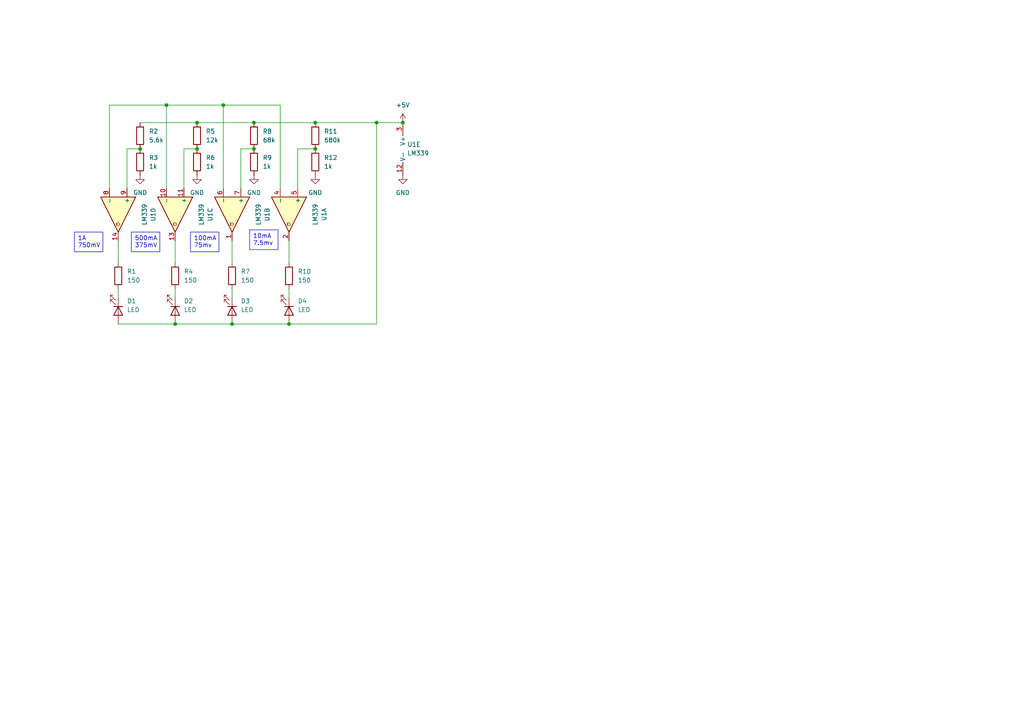
<source format=kicad_sch>
(kicad_sch (version 20231120) (generator "eeschema") (generator_version "8.0")
  (paper "A4")
  (lib_symbols
    (symbol "Comparator:LM339" (pin_names (offset 0.127))
      (property "Reference" "U" (at 0 5.08 0))
      (property "Value" "LM339" (at 0 -5.08 0))
      (symbol "LM339_1_1"
        (polyline (pts (xy -5.08 5.08) (xy 5.08 0) (xy -5.08 -5.08) (xy -5.08 5.08)) (stroke (width 0.254)) (fill (type background)))
        (polyline (pts (xy 3.302 -0.508) (xy 2.794 -0.508) (xy 3.302 0) (xy 2.794 0.508) (xy 2.286 0) (xy 2.794 -0.508) (xy 2.286 -0.508)) (stroke (width 0.127)))
        (pin open_collector line (at 7.62 0 180) (length 2.54) (name "~") (number "2"))
        (pin input line (at -7.62 -2.54 0) (length 2.54) (name "-") (number "4"))
        (pin input line (at -7.62 2.54 0) (length 2.54) (name "+") (number "5"))
      )
      (symbol "LM339_2_1"
        (polyline (pts (xy -5.08 5.08) (xy 5.08 0) (xy -5.08 -5.08) (xy -5.08 5.08)) (stroke (width 0.254)) (fill (type background)))
        (polyline (pts (xy 3.302 -0.508) (xy 2.794 -0.508) (xy 3.302 0) (xy 2.794 0.508) (xy 2.286 0) (xy 2.794 -0.508) (xy 2.286 -0.508)) (stroke (width 0.127)))
        (pin open_collector line (at 7.62 0 180) (length 2.54) (name "~") (number "1"))
        (pin input line (at -7.62 -2.54 0) (length 2.54) (name "-") (number "6"))
        (pin input line (at -7.62 2.54 0) (length 2.54) (name "+") (number "7"))
      )
      (symbol "LM339_3_1"
        (polyline (pts (xy -5.08 5.08) (xy 5.08 0) (xy -5.08 -5.08) (xy -5.08 5.08)) (stroke (width 0.254)) (fill (type background)))
        (polyline (pts (xy 3.302 -0.508) (xy 2.794 -0.508) (xy 3.302 0) (xy 2.794 0.508) (xy 2.286 0) (xy 2.794 -0.508) (xy 2.286 -0.508)) (stroke (width 0.127)))
        (pin input line (at -7.62 -2.54 0) (length 2.54) (name "-") (number "10"))
        (pin input line (at -7.62 2.54 0) (length 2.54) (name "+") (number "11"))
        (pin open_collector line (at 7.62 0 180) (length 2.54) (name "~") (number "13"))
      )
      (symbol "LM339_4_1"
        (polyline (pts (xy -5.08 5.08) (xy 5.08 0) (xy -5.08 -5.08) (xy -5.08 5.08)) (stroke (width 0.254)) (fill (type background)))
        (polyline (pts (xy 3.302 -0.508) (xy 2.794 -0.508) (xy 3.302 0) (xy 2.794 0.508) (xy 2.286 0) (xy 2.794 -0.508) (xy 2.286 -0.508)) (stroke (width 0.127)))
        (pin open_collector line (at 7.62 0 180) (length 2.54) (name "~") (number "14"))
        (pin input line (at -7.62 -2.54 0) (length 2.54) (name "-") (number "8"))
        (pin input line (at -7.62 2.54 0) (length 2.54) (name "+") (number "9"))
      )
      (symbol "LM339_5_1"
        (pin power_in line (at -2.54 -7.62 90) (length 3.81) (name "V-") (number "12"))
        (pin power_in line (at -2.54 7.62 270) (length 3.81) (name "V+") (number "3"))
      )
    )
    (symbol "Device:LED" (pin_numbers hide) (pin_names (offset 1.016) hide)
      (property "Reference" "D" (at 0 2.54 0))
      (property "Value" "LED" (at 0 -2.54 0))
      (symbol "LED_0_1"
        (polyline (pts (xy -1.27 -1.27) (xy -1.27 1.27)) (stroke (width 0.254)))
        (polyline (pts (xy -1.27 0) (xy 1.27 0)))
        (polyline (pts (xy 1.27 -1.27) (xy 1.27 1.27) (xy -1.27 0) (xy 1.27 -1.27)) (stroke (width 0.254)))
        (polyline (pts (xy -3.048 -0.762) (xy -4.572 -2.286) (xy -3.81 -2.286) (xy -4.572 -2.286) (xy -4.572 -1.524)))
        (polyline (pts (xy -1.778 -0.762) (xy -3.302 -2.286) (xy -2.54 -2.286) (xy -3.302 -2.286) (xy -3.302 -1.524)))
      )
      (symbol "LED_1_1"
        (pin passive line (at -3.81 0 0) (length 2.54) (name "K") (number "1"))
        (pin passive line (at 3.81 0 180) (length 2.54) (name "A") (number "2"))
      )
    )
    (symbol "Device:R" (pin_numbers hide) (pin_names (offset 0))
      (property "Reference" "R" (at 2.032 0 90))
      (property "Value" "R" (at 0 0 90))
      (symbol "R_0_1"
        (rectangle (start -1.016 -2.54) (end 1.016 2.54) (stroke (width 0.254)))
      )
      (symbol "R_1_1"
        (pin passive line (at 0 3.81 270) (length 1.27) (name "~") (number "1"))
        (pin passive line (at 0 -3.81 90) (length 1.27) (name "~") (number "2"))
      )
    )
    (symbol "power:+5V" (power) (pin_numbers hide) (pin_names (offset 0) hide)
      (property "Value" "+5V" (at 0 3.556 0))
      (symbol "+5V_0_1"
        (polyline (pts (xy -0.762 1.27) (xy 0 2.54)))
        (polyline (pts (xy 0 0) (xy 0 2.54)))
        (polyline (pts (xy 0 2.54) (xy 0.762 1.27)))
      )
      (symbol "+5V_1_1"
        (pin power_in line (at 0 0 90) (length 0) (name "~") (number "1"))
      )
    )
    (symbol "power:GND" (power) (pin_numbers hide) (pin_names (offset 0) hide)
      (property "Value" "GND" (at 0 -3.81 0))
      (symbol "GND_0_1"
        (polyline (pts (xy 0 0) (xy 0 -1.27) (xy 1.27 -1.27) (xy 0 -2.54) (xy -1.27 -1.27) (xy 0 -1.27)))
      )
      (symbol "GND_1_1"
        (pin power_in line (at 0 0 270) (length 0) (name "~") (number "1"))
      )
    )
  )
  (junction (at 48.26 30.48))
  (junction (at 40.64 43.18))
  (junction (at 91.44 43.18))
  (junction (at 116.84 35.56))
  (junction (at 67.31 93.98))
  (junction (at 73.66 43.18))
  (junction (at 109.22 35.56))
  (junction (at 50.8 93.98))
  (junction (at 57.15 43.18))
  (junction (at 91.44 35.56))
  (junction (at 64.77 30.48))
  (junction (at 83.82 93.98))
  (junction (at 73.66 35.56))
  (junction (at 57.15 35.56))
  (wire (pts (xy 69.85 43.18) (xy 73.66 43.18)))
  (wire (pts (xy 53.34 43.18) (xy 57.15 43.18)))
  (wire (pts (xy 50.8 83.82) (xy 50.8 86.36)))
  (wire (pts (xy 81.28 54.61) (xy 81.28 30.48)))
  (wire (pts (xy 83.82 93.98) (xy 109.22 93.98)))
  (wire (pts (xy 36.83 43.18) (xy 40.64 43.18)))
  (wire (pts (xy 50.8 69.85) (xy 50.8 76.2)))
  (wire (pts (xy 109.22 35.56) (xy 116.84 35.56)))
  (wire (pts (xy 67.31 93.98) (xy 83.82 93.98)))
  (wire (pts (xy 40.64 35.56) (xy 57.15 35.56)))
  (wire (pts (xy 83.82 69.85) (xy 83.82 76.2)))
  (wire (pts (xy 48.26 30.48) (xy 48.26 54.61)))
  (wire (pts (xy 34.29 69.85) (xy 34.29 76.2)))
  (wire (pts (xy 53.34 54.61) (xy 53.34 43.18)))
  (wire (pts (xy 83.82 83.82) (xy 83.82 86.36)))
  (wire (pts (xy 36.83 54.61) (xy 36.83 43.18)))
  (wire (pts (xy 86.36 43.18) (xy 91.44 43.18)))
  (wire (pts (xy 34.29 93.98) (xy 50.8 93.98)))
  (wire (pts (xy 91.44 35.56) (xy 109.22 35.56)))
  (wire (pts (xy 57.15 35.56) (xy 73.66 35.56)))
  (wire (pts (xy 73.66 35.56) (xy 91.44 35.56)))
  (wire (pts (xy 31.75 54.61) (xy 31.75 30.48)))
  (wire (pts (xy 67.31 83.82) (xy 67.31 86.36)))
  (wire (pts (xy 109.22 35.56) (xy 109.22 93.98)))
  (wire (pts (xy 31.75 30.48) (xy 48.26 30.48)))
  (wire (pts (xy 86.36 54.61) (xy 86.36 43.18)))
  (wire (pts (xy 50.8 93.98) (xy 67.31 93.98)))
  (wire (pts (xy 64.77 30.48) (xy 81.28 30.48)))
  (wire (pts (xy 34.29 83.82) (xy 34.29 86.36)))
  (wire (pts (xy 67.31 69.85) (xy 67.31 76.2)))
  (wire (pts (xy 69.85 54.61) (xy 69.85 43.18)))
  (wire (pts (xy 64.77 30.48) (xy 64.77 54.61)))
  (wire (pts (xy 48.26 30.48) (xy 64.77 30.48)))
  (text_box "1A\n750mV\n" (at 21.59 67.31 0) (size 8.255 5.715) (effects (font (size 1.27 1.27)) (justify left top)))
  (text_box "100mA\n75mv\n" (at 55.245 67.31 0) (size 8.255 5.715) (effects (font (size 1.27 1.27)) (justify left top)))
  (text_box "10mA\n7.5mv\n" (at 72.39 66.675 0) (size 8.255 5.715) (effects (font (size 1.27 1.27)) (justify left top)))
  (text_box "500mA\n375mV\n\n" (at 38.1 67.31 0) (size 8.255 5.715) (effects (font (size 1.27 1.27)) (justify left top)))
  (symbol (lib_id "Comparator:LM339") (at 119.38 43.18 0) (unit 5)
    (property "Reference" "U1" (at 118.11 41.9099 0) (effects (justify left)))
    (property "Value" "LM339" (at 118.11 44.4499 0) (effects (justify left)))
    (property "Footprint" "Package_SO:SOIC-14_3.9x8.7mm_P1.27mm" (effects (hide yes)))
    (property "Datasheet" "https://www.st.com/resource/en/datasheet/lm139.pdf" (effects (hide yes)))
    (property "Description" "Quad Differential Comparators, SOIC-14/TSSOP-14" (effects (hide yes)))
    (property "LCSC Part" "C350549" (effects (hide yes)))
  )
  (symbol (lib_id "Device:LED") (at 50.8 90.17 270) (unit 1)
    (property "Reference" "D2" (at 53.34 87.3124 90) (effects (justify left)))
    (property "Value" "LED" (at 53.34 89.8524 90) (effects (justify left)))
    (property "Footprint" "LED_SMD:LED_0603_1608Metric" (effects (hide yes)))
    (property "Description" "Light emitting diode" (effects (hide yes)))
    (property "LCSC Part" "C2286" (effects (hide yes)))
  )
  (symbol (lib_id "Device:LED") (at 67.31 90.17 270) (unit 1)
    (property "Reference" "D3" (at 69.85 87.3124 90) (effects (justify left)))
    (property "Value" "LED" (at 69.85 89.8524 90) (effects (justify left)))
    (property "Footprint" "LED_SMD:LED_0603_1608Metric" (effects (hide yes)))
    (property "Description" "Light emitting diode" (effects (hide yes)))
    (property "LCSC Part" "C2286" (effects (hide yes)))
  )
  (symbol (lib_id "Device:R") (at 67.31 80.01 0) (unit 1)
    (property "Reference" "R7" (at 69.85 78.7399 0) (effects (justify left)))
    (property "Value" "150" (at 69.85 81.2799 0) (effects (justify left)))
    (property "Footprint" "Resistor_SMD:R_0603_1608Metric" (effects (hide yes)))
    (property "Description" "Resistor" (effects (hide yes)))
  )
  (symbol (lib_id "power:GND") (at 40.64 50.8 0) (unit 1)
    (property "Reference" "#PWR02" (effects (hide yes)))
    (property "Value" "GND" (at 40.64 55.88 0))
    (property "Description" "Power symbol creates a global label with name \"GND\" , ground" (effects (hide yes)))
  )
  (symbol (lib_id "power:GND") (at 57.15 50.8 0) (unit 1)
    (property "Reference" "#PWR03" (effects (hide yes)))
    (property "Value" "GND" (at 57.15 55.88 0))
    (property "Description" "Power symbol creates a global label with name \"GND\" , ground" (effects (hide yes)))
  )
  (symbol (lib_id "Device:R") (at 57.15 39.37 0) (unit 1)
    (property "Reference" "R5" (at 59.69 38.0999 0) (effects (justify left)))
    (property "Value" "12k" (at 59.69 40.6399 0) (effects (justify left)))
    (property "Footprint" "Resistor_SMD:R_0603_1608Metric" (effects (hide yes)))
    (property "Description" "Resistor" (effects (hide yes)))
  )
  (symbol (lib_id "Device:LED") (at 83.82 90.17 270) (unit 1)
    (property "Reference" "D4" (at 86.36 87.3124 90) (effects (justify left)))
    (property "Value" "LED" (at 86.36 89.8524 90) (effects (justify left)))
    (property "Footprint" "LED_SMD:LED_0603_1608Metric" (effects (hide yes)))
    (property "Description" "Light emitting diode" (effects (hide yes)))
    (property "LCSC Part" "C2286" (effects (hide yes)))
  )
  (symbol (lib_id "Comparator:LM339") (at 50.8 62.23 270) (unit 3)
    (property "Reference" "U1" (at 60.96 62.23 0))
    (property "Value" "LM339" (at 58.42 62.23 0))
    (property "Footprint" "Package_SO:SOIC-14_3.9x8.7mm_P1.27mm" (effects (hide yes)))
    (property "Datasheet" "https://www.st.com/resource/en/datasheet/lm139.pdf" (effects (hide yes)))
    (property "Description" "Quad Differential Comparators, SOIC-14/TSSOP-14" (effects (hide yes)))
    (property "LCSC Part" "C350549" (effects (hide yes)))
  )
  (symbol (lib_id "Device:R") (at 91.44 46.99 0) (unit 1)
    (property "Reference" "R12" (at 93.98 45.7199 0) (effects (justify left)))
    (property "Value" "1k" (at 93.98 48.2599 0) (effects (justify left)))
    (property "Footprint" "Resistor_SMD:R_0603_1608Metric" (effects (hide yes)))
    (property "Description" "Resistor" (effects (hide yes)))
  )
  (symbol (lib_id "Device:R") (at 34.29 80.01 0) (unit 1)
    (property "Reference" "R1" (at 36.83 78.7399 0) (effects (justify left)))
    (property "Value" "150" (at 36.83 81.2799 0) (effects (justify left)))
    (property "Footprint" "Resistor_SMD:R_0603_1608Metric" (effects (hide yes)))
    (property "Description" "Resistor" (effects (hide yes)))
  )
  (symbol (lib_id "Device:R") (at 40.64 39.37 0) (unit 1)
    (property "Reference" "R2" (at 43.18 38.0999 0) (effects (justify left)))
    (property "Value" "5.6k" (at 43.18 40.6399 0) (effects (justify left)))
    (property "Footprint" "Resistor_SMD:R_0603_1608Metric" (effects (hide yes)))
    (property "Description" "Resistor" (effects (hide yes)))
  )
  (symbol (lib_id "power:GND") (at 116.84 50.8 0) (unit 1)
    (property "Reference" "#PWR07" (effects (hide yes)))
    (property "Value" "GND" (at 116.84 55.88 0))
    (property "Description" "Power symbol creates a global label with name \"GND\" , ground" (effects (hide yes)))
  )
  (symbol (lib_id "Device:R") (at 83.82 80.01 0) (unit 1)
    (property "Reference" "R10" (at 86.36 78.7399 0) (effects (justify left)))
    (property "Value" "150" (at 86.36 81.2799 0) (effects (justify left)))
    (property "Footprint" "Resistor_SMD:R_0603_1608Metric" (effects (hide yes)))
    (property "Description" "Resistor" (effects (hide yes)))
  )
  (symbol (lib_id "Device:R") (at 57.15 46.99 0) (unit 1)
    (property "Reference" "R6" (at 59.69 45.7199 0) (effects (justify left)))
    (property "Value" "1k" (at 59.69 48.2599 0) (effects (justify left)))
    (property "Footprint" "Resistor_SMD:R_0603_1608Metric" (effects (hide yes)))
    (property "Description" "Resistor" (effects (hide yes)))
  )
  (symbol (lib_id "power:GND") (at 91.44 50.8 0) (unit 1)
    (property "Reference" "#PWR05" (effects (hide yes)))
    (property "Value" "GND" (at 91.44 55.88 0))
    (property "Description" "Power symbol creates a global label with name \"GND\" , ground" (effects (hide yes)))
  )
  (symbol (lib_id "Device:R") (at 40.64 46.99 0) (unit 1)
    (property "Reference" "R3" (at 43.18 45.7199 0) (effects (justify left)))
    (property "Value" "1k" (at 43.18 48.2599 0) (effects (justify left)))
    (property "Footprint" "Resistor_SMD:R_0603_1608Metric" (effects (hide yes)))
    (property "Description" "Resistor" (effects (hide yes)))
  )
  (symbol (lib_id "Comparator:LM339") (at 83.82 62.23 270) (unit 1)
    (property "Reference" "U1" (at 93.98 62.23 0))
    (property "Value" "LM339" (at 91.44 62.23 0))
    (property "Footprint" "Package_SO:SOIC-14_3.9x8.7mm_P1.27mm" (effects (hide yes)))
    (property "Datasheet" "https://www.st.com/resource/en/datasheet/lm139.pdf" (effects (hide yes)))
    (property "Description" "Quad Differential Comparators, SOIC-14/TSSOP-14" (effects (hide yes)))
    (property "LCSC Part" "C350549" (effects (hide yes)))
  )
  (symbol (lib_id "Device:R") (at 73.66 39.37 0) (unit 1)
    (property "Reference" "R8" (at 76.2 38.0999 0) (effects (justify left)))
    (property "Value" "68k" (at 76.2 40.6399 0) (effects (justify left)))
    (property "Footprint" "Resistor_SMD:R_0603_1608Metric" (effects (hide yes)))
    (property "Description" "Resistor" (effects (hide yes)))
  )
  (symbol (lib_id "power:GND") (at 73.66 50.8 0) (unit 1)
    (property "Reference" "#PWR04" (effects (hide yes)))
    (property "Value" "GND" (at 73.66 55.88 0))
    (property "Description" "Power symbol creates a global label with name \"GND\" , ground" (effects (hide yes)))
  )
  (symbol (lib_id "Device:R") (at 91.44 39.37 0) (unit 1)
    (property "Reference" "R11" (at 93.98 38.0999 0) (effects (justify left)))
    (property "Value" "680k" (at 93.98 40.6399 0) (effects (justify left)))
    (property "Footprint" "Resistor_SMD:R_0603_1608Metric" (effects (hide yes)))
    (property "Description" "Resistor" (effects (hide yes)))
  )
  (symbol (lib_id "Comparator:LM339") (at 67.31 62.23 270) (unit 2)
    (property "Reference" "U1" (at 77.47 62.23 0))
    (property "Value" "LM339" (at 74.93 62.23 0))
    (property "Footprint" "Package_SO:SOIC-14_3.9x8.7mm_P1.27mm" (effects (hide yes)))
    (property "Datasheet" "https://www.st.com/resource/en/datasheet/lm139.pdf" (effects (hide yes)))
    (property "Description" "Quad Differential Comparators, SOIC-14/TSSOP-14" (effects (hide yes)))
    (property "LCSC Part" "C350549" (effects (hide yes)))
  )
  (symbol (lib_id "Comparator:LM339") (at 34.29 62.23 270) (unit 4)
    (property "Reference" "U1" (at 44.45 62.23 0))
    (property "Value" "LM339" (at 41.91 62.23 0))
    (property "Footprint" "Package_SO:SOIC-14_3.9x8.7mm_P1.27mm" (effects (hide yes)))
    (property "Datasheet" "https://www.st.com/resource/en/datasheet/lm139.pdf" (effects (hide yes)))
    (property "Description" "Quad Differential Comparators, SOIC-14/TSSOP-14" (effects (hide yes)))
    (property "LCSC Part" "C350549" (effects (hide yes)))
  )
  (symbol (lib_id "Device:LED") (at 34.29 90.17 270) (unit 1)
    (property "Reference" "D1" (at 36.83 87.3124 90) (effects (justify left)))
    (property "Value" "LED" (at 36.83 89.8524 90) (effects (justify left)))
    (property "Footprint" "LED_SMD:LED_0603_1608Metric" (effects (hide yes)))
    (property "Description" "Light emitting diode" (effects (hide yes)))
    (property "LCSC Part" "C2286" (effects (hide yes)))
  )
  (symbol (lib_id "power:+5V") (at 116.84 35.56 0) (unit 1)
    (property "Reference" "#PWR06" (effects (hide yes)))
    (property "Value" "+5V" (at 116.84 30.48 0))
    (property "Description" "Power symbol creates a global label with name \"+5V\"" (effects (hide yes)))
  )
  (symbol (lib_id "Device:R") (at 73.66 46.99 0) (unit 1)
    (property "Reference" "R9" (at 76.2 45.7199 0) (effects (justify left)))
    (property "Value" "1k" (at 76.2 48.2599 0) (effects (justify left)))
    (property "Footprint" "Resistor_SMD:R_0603_1608Metric" (effects (hide yes)))
    (property "Description" "Resistor" (effects (hide yes)))
  )
  (symbol (lib_id "Device:R") (at 50.8 80.01 0) (unit 1)
    (property "Reference" "R4" (at 53.34 78.7399 0) (effects (justify left)))
    (property "Value" "150" (at 53.34 81.2799 0) (effects (justify left)))
    (property "Footprint" "Resistor_SMD:R_0603_1608Metric" (effects (hide yes)))
    (property "Description" "Resistor" (effects (hide yes)))
  )
)
</source>
